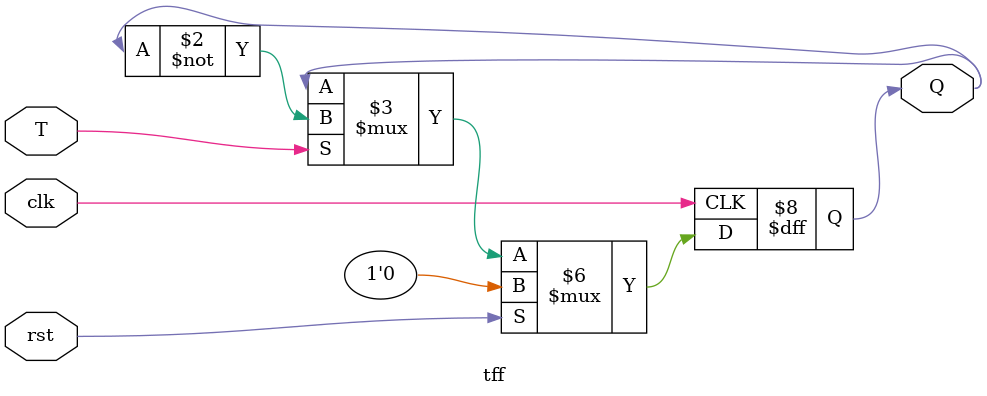
<source format=v>
module tff(T,clk,rst,Q);
  input T,clk,rst;
  output reg Q=0;
  always @(posedge clk)
    begin
      if(rst)
        begin
          Q<=0;
        end
      else
        Q<=T?~Q:Q;
    end
endmodule
  

</source>
